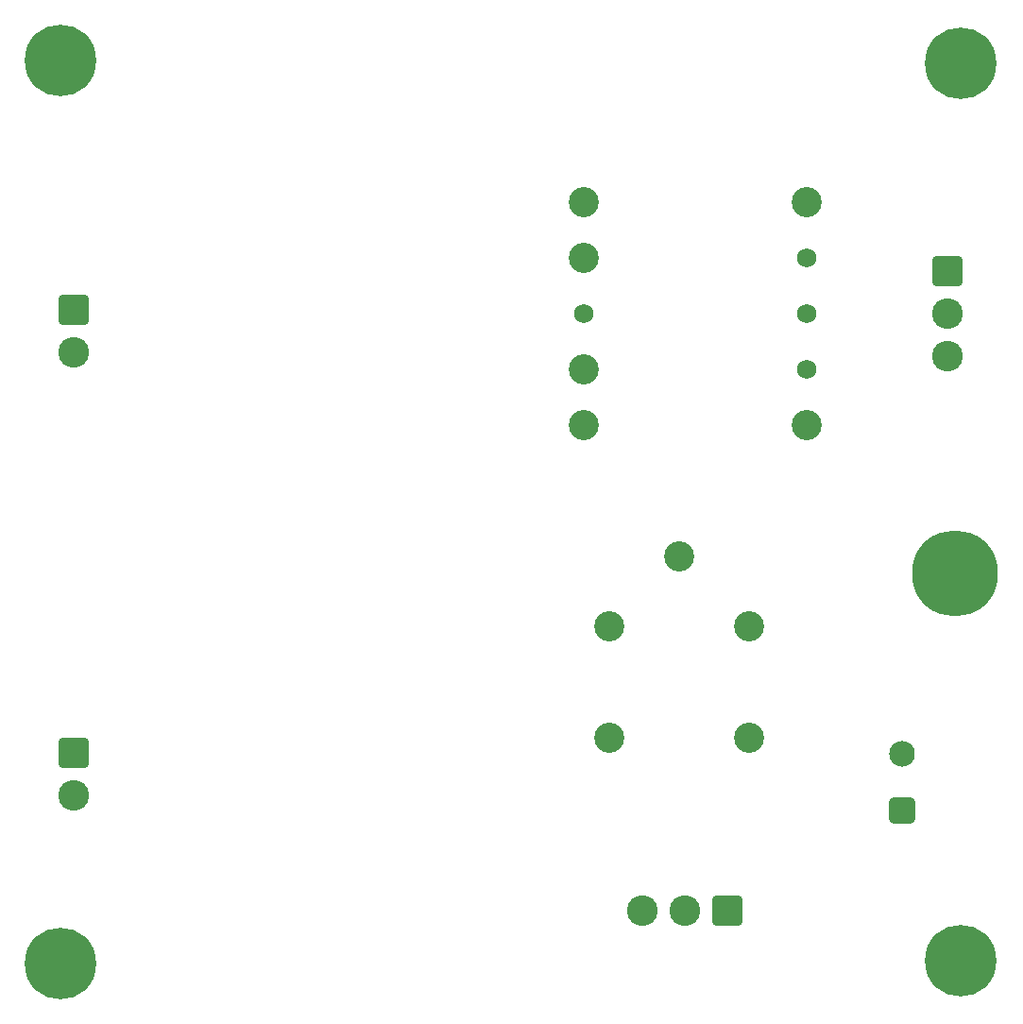
<source format=gbs>
%FSLAX23Y23*%
%MOMM*%
%SFA1B1*%

%IPPOS*%
%AMD44*
4,1,8,-0.952500,-1.371600,0.952500,-1.371600,1.371600,-0.952500,1.371600,0.952500,0.952500,1.371600,-0.952500,1.371600,-1.371600,0.952500,-1.371600,-0.952500,-0.952500,-1.371600,0.0*
1,1,0.838000,-0.952500,-0.952500*
1,1,0.838000,0.952500,-0.952500*
1,1,0.838000,0.952500,0.952500*
1,1,0.838000,-0.952500,0.952500*
%
%AMD45*
4,1,8,-1.371600,0.952500,-1.371600,-0.952500,-0.952500,-1.371600,0.952500,-1.371600,1.371600,-0.952500,1.371600,0.952500,0.952500,1.371600,-0.952500,1.371600,-1.371600,0.952500,0.0*
1,1,0.838000,-0.952500,0.952500*
1,1,0.838000,-0.952500,-0.952500*
1,1,0.838000,0.952500,-0.952500*
1,1,0.838000,0.952500,0.952500*
%
%AMD50*
4,1,8,-1.150620,0.787400,-1.150620,-0.787400,-0.787400,-1.150620,0.787400,-1.150620,1.150620,-0.787400,1.150620,0.787400,0.787400,1.150620,-0.787400,1.150620,-1.150620,0.787400,0.0*
1,1,0.728000,-0.787400,0.787400*
1,1,0.728000,-0.787400,-0.787400*
1,1,0.728000,0.787400,-0.787400*
1,1,0.728000,0.787400,0.787400*
%
%ADD42C,7.702985*%
%ADD43C,2.742995*%
G04~CAMADD=44~8~0.0~0.0~1079.9~1079.9~165.0~0.0~15~0.0~0.0~0.0~0.0~0~0.0~0.0~0.0~0.0~0~0.0~0.0~0.0~180.0~1080.0~1080.0*
%ADD44D44*%
G04~CAMADD=45~8~0.0~0.0~1079.9~1079.9~165.0~0.0~15~0.0~0.0~0.0~0.0~0~0.0~0.0~0.0~0.0~0~0.0~0.0~0.0~90.0~1080.0~1080.0*
%ADD45D45*%
%ADD46C,6.402987*%
%ADD47C,2.702995*%
%ADD48C,1.726997*%
%ADD49C,2.302995*%
G04~CAMADD=50~8~0.0~0.0~906.7~906.7~143.3~0.0~15~0.0~0.0~0.0~0.0~0~0.0~0.0~0.0~0.0~0~0.0~0.0~0.0~90.0~906.0~906.0*
%ADD50D50*%
%LNdigitalpsu-1*%
%LPD*%
G54D42*
X87249Y41999D03*
G54D43*
X86499Y61439D03*
Y65249D03*
X59189Y11749D03*
X62999D03*
X8249Y61844D03*
Y22094D03*
G54D44*
X86499Y69059D03*
X8249Y65654D03*
Y25904D03*
G54D45*
X66809Y11749D03*
G54D46*
X6999Y87999D03*
Y6999D03*
X87749Y87749D03*
Y7249D03*
G54D47*
X73949Y75249D03*
Y55249D03*
X53949D03*
Y60249D03*
Y70249D03*
Y75249D03*
X68749Y37249D03*
X56249D03*
X68749Y27249D03*
X56249D03*
X62499Y43499D03*
G54D48*
X73949Y70249D03*
Y65249D03*
Y60249D03*
X53949Y65249D03*
G54D49*
X82499Y25789D03*
G54D50*
X82499Y20709D03*
M02*
</source>
